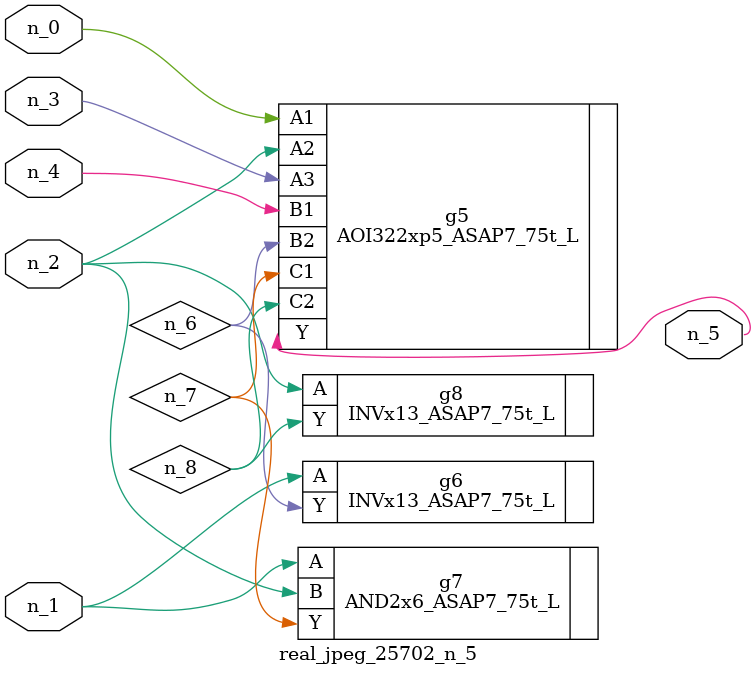
<source format=v>
module real_jpeg_25702_n_5 (n_4, n_0, n_1, n_2, n_3, n_5);

input n_4;
input n_0;
input n_1;
input n_2;
input n_3;

output n_5;

wire n_8;
wire n_6;
wire n_7;

AOI322xp5_ASAP7_75t_L g5 ( 
.A1(n_0),
.A2(n_2),
.A3(n_3),
.B1(n_4),
.B2(n_6),
.C1(n_7),
.C2(n_8),
.Y(n_5)
);

INVx13_ASAP7_75t_L g6 ( 
.A(n_1),
.Y(n_6)
);

AND2x6_ASAP7_75t_L g7 ( 
.A(n_1),
.B(n_2),
.Y(n_7)
);

INVx13_ASAP7_75t_L g8 ( 
.A(n_2),
.Y(n_8)
);


endmodule
</source>
